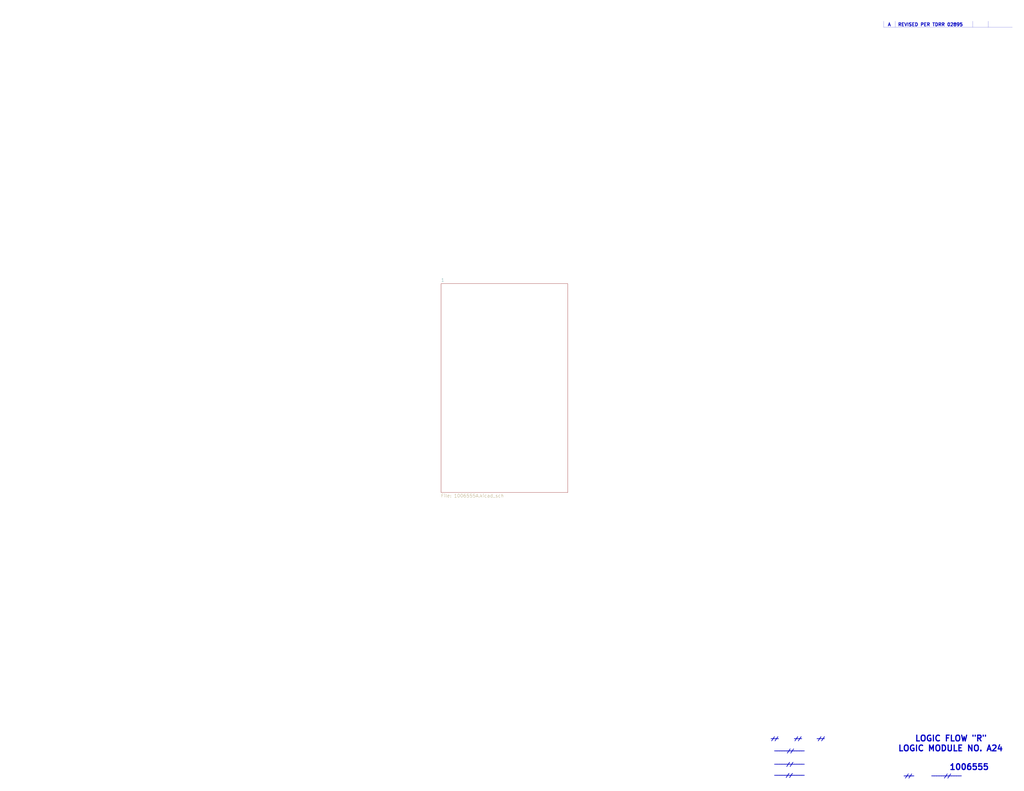
<source format=kicad_sch>
(kicad_sch (version 20211123) (generator eeschema)
  (paper "E")
  (lib_symbols)
  (polyline (pts (xy 964.311 23.114) (xy 964.311 29.718)) (stroke (width 0) (type solid)))
  (polyline (pts (xy 1061.72 23.114) (xy 1061.72 29.718)) (stroke (width 0) (type solid)))
  (polyline (pts (xy 1078.611 23.114) (xy 1078.611 29.718)) (stroke (width 0) (type solid)))
  (polyline (pts (xy 964.311 29.718) (xy 1104.9 29.718)) (stroke (width 0) (type solid)))
  (polyline (pts (xy 977.011 23.114) (xy 977.011 29.718)) (stroke (width 0) (type solid)))
  (text "LOGIC FLOW \"R\"" (at 998.22 810.26 0) (effects (font (size 6.35 6.35) (thickness 1.27) bold) (justify left bottom)))
  (text "____" (at 986.155 847.725 0) (effects (font (size 3.556 3.556) (thickness 0.7112) bold) (justify left bottom)))
  (text "//" (at 841.375 808.99 0) (effects (font (size 3.556 3.556) (thickness 0.7112) bold) (justify left bottom)))
  (text "//" (at 987.425 849.63 0) (effects (font (size 3.556 3.556) (thickness 0.7112) bold) (justify left bottom)))
  (text "____________" (at 844.8548 820.3946 0) (effects (font (size 3.556 3.556) (thickness 0.7112) bold) (justify left bottom)))
  (text "//" (at 866.775 808.99 0) (effects (font (size 3.556 3.556) (thickness 0.7112) bold) (justify left bottom)))
  (text "___" (at 866.4448 807.0596 0) (effects (font (size 3.556 3.556) (thickness 0.7112) bold) (justify left bottom)))
  (text "//" (at 857.885 836.93 0) (effects (font (size 3.556 3.556) (thickness 0.7112) bold) (justify left bottom)))
  (text "//" (at 892.175 808.99 0) (effects (font (size 3.556 3.556) (thickness 0.7112) bold) (justify left bottom)))
  (text "____________" (at 844.8548 847.0646 0) (effects (font (size 3.556 3.556) (thickness 0.7112) bold) (justify left bottom)))
  (text "LOGIC MODULE NO. A24" (at 979.805 821.055 0) (effects (font (size 6.35 6.35) (thickness 1.27) bold) (justify left bottom)))
  (text "A   REVISED PER TDRR 02895" (at 968.629 29.083 0) (effects (font (size 3.556 3.556) (thickness 0.7112) bold) (justify left bottom)))
  (text "//" (at 857.25 848.995 0) (effects (font (size 3.556 3.556) (thickness 0.7112) bold) (justify left bottom)))
  (text "____________" (at 1016.3048 847.6996 0) (effects (font (size 3.556 3.556) (thickness 0.7112) bold) (justify left bottom)))
  (text "//" (at 1029.97 849.63 0) (effects (font (size 3.556 3.556) (thickness 0.7112) bold) (justify left bottom)))
  (text "____________" (at 844.8548 834.9996 0) (effects (font (size 3.556 3.556) (thickness 0.7112) bold) (justify left bottom)))
  (text "___" (at 891.2098 807.0596 0) (effects (font (size 3.556 3.556) (thickness 0.7112) bold) (justify left bottom)))
  (text "//" (at 858.52 822.325 0) (effects (font (size 3.556 3.556) (thickness 0.7112) bold) (justify left bottom)))
  (text "1006555" (at 1035.812 841.502 0) (effects (font (size 6.35 6.35) (thickness 1.27) bold) (justify left bottom)))
  (text "___" (at 841.0448 807.0596 0) (effects (font (size 3.556 3.556) (thickness 0.7112) bold) (justify left bottom)))
  (sheet (at 481.33 309.88) (size 138.43 227.965)
    (property "Sheet name" "1" (at 481.33 308.0254 0) (effects (font (size 3.556 3.556)) (justify left bottom)))
    (property "Sheet file" "1006555A.kicad_sch" (at 481.33 539.344 0) (effects (font (size 3.556 3.556)) (justify left top)))
  )
)
</source>
